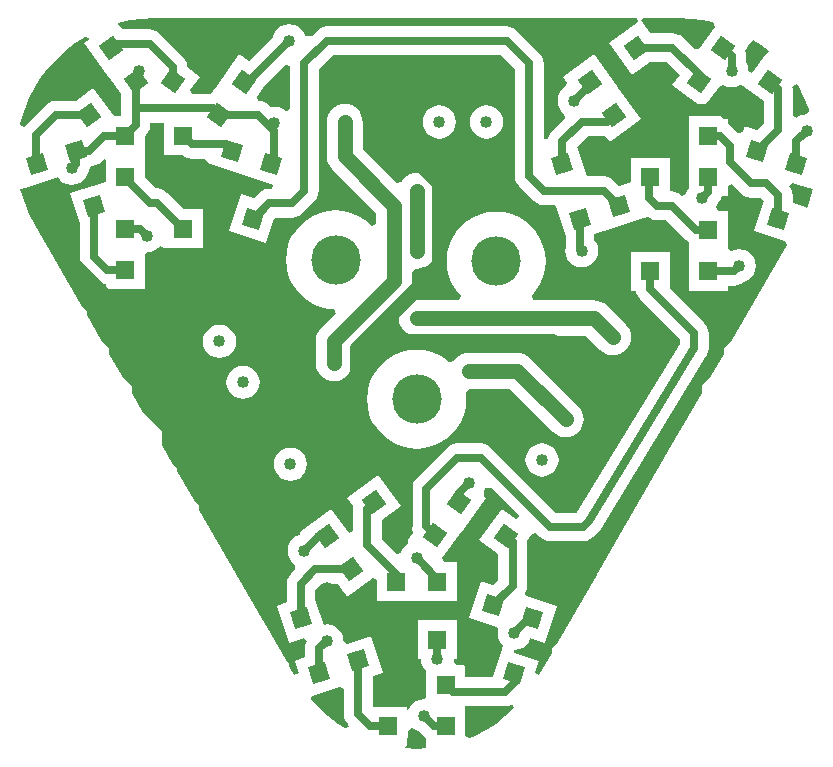
<source format=gtl>
%FSLAX25Y25*%
%MOIN*%
G70*
G01*
G75*
G04 Layer_Physical_Order=1*
G04 Layer_Color=255*
%ADD10P,0.08352X4X369.0*%
%ADD11P,0.08352X4X81.0*%
%ADD12P,0.08352X4X153.0*%
%ADD13R,0.05906X0.05906*%
%ADD14P,0.08352X4X117.0*%
%ADD15R,0.05906X0.05906*%
%ADD16C,0.02500*%
%ADD17C,0.05000*%
%ADD18C,0.16500*%
%ADD19C,0.04000*%
G36*
X1132709Y983016D02*
Y947500D01*
X1132709Y947500D01*
X1132709D01*
X1132872Y946260D01*
X1133211Y945443D01*
X1133351Y945105D01*
X1134112Y944112D01*
X1134112Y944112D01*
X1134112Y944112D01*
X1139112Y939112D01*
D01*
X1139112Y939112D01*
X1139112Y939112D01*
D01*
D01*
D01*
X1139112Y939112D01*
Y939112D01*
X1140104Y938351D01*
X1141260Y937872D01*
Y937872D01*
X1141260Y937872D01*
D01*
D01*
D01*
X1141260D01*
Y937872D01*
X1141260Y937872D01*
X1141260Y937872D01*
X1142500Y937709D01*
X1146239D01*
X1146297Y937340D01*
X1146297Y937340D01*
X1146297Y937340D01*
X1149637Y927061D01*
Y923902D01*
X1149452Y922500D01*
X1149642Y921064D01*
X1150196Y919726D01*
X1151077Y918577D01*
X1152226Y917696D01*
X1153564Y917142D01*
X1155000Y916953D01*
X1156436Y917142D01*
X1157774Y917696D01*
X1158923Y918577D01*
X1159804Y919726D01*
X1160358Y921064D01*
X1160548Y922500D01*
X1160358Y923936D01*
X1159804Y925274D01*
X1159219Y926036D01*
Y927969D01*
X1162559Y929054D01*
X1162559D01*
D01*
Y929054D01*
X1162559D01*
D01*
D01*
D01*
D01*
X1162559D01*
Y929054D01*
X1162559Y929054D01*
D01*
X1163390Y929325D01*
X1163568Y929382D01*
X1163568Y929382D01*
Y929382D01*
X1175664Y933313D01*
X1175664Y933313D01*
Y933313D01*
X1177062Y933767D01*
X1177604Y933351D01*
X1178760Y932872D01*
X1180000Y932709D01*
X1183016D01*
X1189723Y926002D01*
X1190693Y925257D01*
Y923124D01*
X1190693Y923124D01*
X1190693Y923124D01*
X1190693Y922937D01*
Y922063D01*
D01*
D01*
D01*
D01*
X1190693D01*
Y909157D01*
X1203598D01*
Y910819D01*
X1205610D01*
X1206850Y910983D01*
X1207667Y911321D01*
X1208006Y911461D01*
X1208883Y912135D01*
X1208936Y912142D01*
X1210274Y912696D01*
X1211423Y913577D01*
X1212304Y914726D01*
X1212858Y916064D01*
X1213048Y917500D01*
X1212858Y918936D01*
X1212304Y920274D01*
X1211423Y921423D01*
X1210274Y922304D01*
X1208936Y922858D01*
X1207500Y923048D01*
X1206064Y922858D01*
X1204846Y922354D01*
X1203598Y923187D01*
Y935843D01*
X1200438D01*
X1199775Y937188D01*
X1199804Y937226D01*
X1200358Y938564D01*
X1200361Y938586D01*
X1200533Y938758D01*
X1201295Y939750D01*
X1201671Y940658D01*
X1203598D01*
Y944166D01*
X1204984Y944740D01*
X1208112Y941612D01*
X1209105Y940851D01*
X1210260Y940372D01*
X1211500Y940209D01*
X1214515D01*
X1215685Y939039D01*
X1212441Y929054D01*
X1222845Y925674D01*
X1223382Y924274D01*
X1205090Y892590D01*
X1202500Y890000D01*
Y888104D01*
X1198260Y880760D01*
X1195000Y877500D01*
Y875114D01*
X1188014Y863014D01*
X1187500Y862500D01*
Y862123D01*
X1167524Y827524D01*
X1167500Y827500D01*
Y827483D01*
X1160694Y815694D01*
X1160000Y815000D01*
Y814492D01*
X1147034Y792034D01*
X1145000Y790000D01*
Y788511D01*
X1140744Y781140D01*
X1139374Y781750D01*
X1140703Y785840D01*
X1132380Y788544D01*
X1132500Y789453D01*
X1133936Y789642D01*
X1135274Y790196D01*
X1136423Y791077D01*
X1137304Y792226D01*
X1137827Y793489D01*
X1142676Y791914D01*
X1146664Y804187D01*
X1136451Y807506D01*
X1136149Y808479D01*
X1136628Y809634D01*
X1136791Y810874D01*
Y825258D01*
X1136711Y825865D01*
X1138409Y828202D01*
X1139904Y828320D01*
X1141207Y827018D01*
X1142199Y826256D01*
X1143354Y825778D01*
Y825778D01*
X1143354Y825778D01*
D01*
D01*
D01*
X1143354D01*
Y825778D01*
X1143355Y825778D01*
X1143355Y825778D01*
X1144594Y825615D01*
X1155402D01*
X1156642Y825778D01*
X1157797Y826256D01*
X1158790Y827018D01*
X1160675Y828903D01*
X1161021Y829354D01*
X1161377Y829795D01*
X1196590Y887504D01*
X1196614Y887558D01*
X1196649Y887605D01*
X1196866Y888129D01*
X1197096Y888648D01*
X1197105Y888706D01*
X1197128Y888760D01*
X1197202Y889323D01*
X1197290Y889884D01*
X1197283Y889942D01*
X1197291Y890000D01*
Y895000D01*
D01*
D01*
D01*
D01*
X1197291D01*
D01*
D01*
D01*
D01*
D01*
X1197291D01*
Y895000D01*
D01*
D01*
Y895000D01*
D01*
D01*
D01*
D01*
D01*
D01*
D01*
D01*
D01*
D01*
D01*
D01*
Y895000D01*
D01*
X1197291D01*
D01*
D01*
D01*
D01*
D01*
D01*
D01*
X1197291Y895000D01*
D01*
D01*
D01*
X1197128Y896240D01*
X1196847Y896917D01*
X1196649Y897396D01*
X1195888Y898388D01*
X1195888Y898388D01*
X1195888D01*
X1195888Y898388D01*
Y898388D01*
X1184307Y909968D01*
Y922063D01*
X1171402D01*
Y909157D01*
X1173128D01*
X1173227Y908406D01*
X1173705Y907250D01*
X1174467Y906258D01*
X1187709Y893015D01*
Y891346D01*
X1153495Y835275D01*
X1153417Y835196D01*
X1146579D01*
X1124888Y856888D01*
X1123895Y857649D01*
X1123557Y857789D01*
X1122740Y858128D01*
X1121500Y858291D01*
X1113500D01*
X1112260Y858128D01*
X1111104Y857649D01*
X1110112Y856888D01*
X1099612Y846388D01*
X1098851Y845395D01*
X1098711Y845057D01*
X1098372Y844240D01*
X1098209Y843000D01*
Y830742D01*
X1098372Y829502D01*
X1098711Y828685D01*
X1098802Y828465D01*
X1097134Y826168D01*
Y826168D01*
X1097226Y824804D01*
X1096077Y823923D01*
X1095196Y822774D01*
X1094777Y821762D01*
X1093306Y821470D01*
X1088291Y826484D01*
Y832611D01*
X1094767Y837316D01*
X1087181Y847757D01*
X1076741Y840171D01*
X1078817Y837313D01*
X1078709Y836490D01*
X1078709Y836490D01*
X1078709D01*
X1078709Y836490D01*
X1078709D01*
Y829025D01*
X1077282Y828561D01*
X1071574Y836418D01*
X1061134Y828832D01*
Y828832D01*
X1061064Y827858D01*
X1059726Y827304D01*
X1058577Y826423D01*
X1057696Y825274D01*
X1057142Y823936D01*
X1056952Y822500D01*
X1057142Y821064D01*
X1057696Y819726D01*
X1058577Y818577D01*
X1059499Y817870D01*
X1059597Y816373D01*
X1058079Y814855D01*
X1057318Y813862D01*
X1056839Y812707D01*
X1056676Y811467D01*
Y805273D01*
X1053336Y804187D01*
X1057324Y791914D01*
X1062432Y793573D01*
X1063298Y792348D01*
X1063279Y792324D01*
X1062800Y791168D01*
X1062637Y789928D01*
Y786926D01*
X1059297Y785840D01*
X1060626Y781750D01*
X1059256Y781140D01*
X1057500Y784181D01*
Y785000D01*
X1056382Y786119D01*
X1050000Y797172D01*
Y797500D01*
X1049551Y797949D01*
X1027500Y836143D01*
Y837500D01*
X1025646Y839354D01*
X1020000Y849133D01*
Y850000D01*
X1018816Y851184D01*
X1015000Y857793D01*
Y862500D01*
X1008571Y868929D01*
X1005000Y875114D01*
Y877500D01*
X1001740Y880760D01*
X997500Y888104D01*
Y890000D01*
X994910Y892590D01*
X990000Y901095D01*
Y902500D01*
X988080Y904420D01*
X972693Y931072D01*
X972598Y931195D01*
X970817Y934617D01*
X969281Y938324D01*
X968075Y942151D01*
X967897Y942950D01*
X969324Y943414D01*
D01*
X969324D01*
D01*
Y943414D01*
X969324D01*
D01*
Y943414D01*
X980368Y947002D01*
X981077Y946077D01*
X982226Y945196D01*
X983564Y944642D01*
X985000Y944452D01*
X986436Y944642D01*
X987774Y945196D01*
X988923Y946077D01*
X989804Y947226D01*
X990358Y948564D01*
X990381Y948733D01*
X990721Y949176D01*
X991200Y950332D01*
X991226Y950530D01*
X994703Y951660D01*
X994614Y951932D01*
X995716Y952950D01*
X996402Y952666D01*
Y945497D01*
X984402Y941598D01*
X987742Y931319D01*
Y920467D01*
X987742Y920467D01*
X987742D01*
X987906Y919227D01*
X988384Y918071D01*
X989145Y917079D01*
X993502Y912722D01*
X994494Y911961D01*
X995650Y911483D01*
X996402Y911384D01*
Y909657D01*
X1009307D01*
Y921345D01*
X1010000Y921953D01*
X1011436Y922142D01*
X1012774Y922696D01*
X1013923Y923577D01*
X1014272Y924033D01*
X1015693Y923551D01*
Y923437D01*
X1028598D01*
Y936343D01*
X1022468D01*
X1016923Y941888D01*
X1015931Y942649D01*
X1014775Y943128D01*
X1013535Y943291D01*
X1012984D01*
X1009307Y946968D01*
Y953376D01*
X1009307Y953376D01*
D01*
D01*
D01*
D01*
D01*
D01*
D01*
X1009307Y953563D01*
Y953743D01*
Y954000D01*
Y954128D01*
Y954437D01*
X1009307Y954572D01*
X1009307Y954624D01*
X1009307Y954624D01*
D01*
D01*
D01*
X1009307Y954624D01*
D01*
Y960567D01*
X1009741Y961001D01*
X1010502Y961993D01*
X1010981Y963149D01*
X1011144Y964389D01*
Y965209D01*
X1015693D01*
Y954437D01*
X1021876D01*
X1022451Y953996D01*
X1022640Y953851D01*
X1023795Y953372D01*
X1025035Y953209D01*
X1029525D01*
X1030406Y951995D01*
X1030297Y951660D01*
X1042571Y947672D01*
X1042571Y947672D01*
X1042571D01*
X1043402Y947402D01*
Y947402D01*
X1043402Y947402D01*
X1052137Y944563D01*
X1051902Y943082D01*
X1050777D01*
X1049537Y942919D01*
X1048381Y942440D01*
X1047389Y941679D01*
X1045663Y939953D01*
X1041429Y941328D01*
X1037441Y929054D01*
X1049715Y925066D01*
X1052308Y933046D01*
X1052761Y933500D01*
X1058291D01*
X1059531Y933663D01*
X1060686Y934142D01*
X1061679Y934903D01*
Y934903D01*
X1061679D01*
D01*
D01*
D01*
D01*
D01*
D01*
X1061679D01*
D01*
X1061679D01*
Y934903D01*
D01*
D01*
D01*
D01*
Y934903D01*
D01*
D01*
D01*
D01*
D01*
D01*
Y934903D01*
D01*
D01*
X1061679D01*
D01*
D01*
D01*
X1065888Y939112D01*
Y939112D01*
D01*
D01*
D01*
X1065888Y939112D01*
D01*
Y939112D01*
D01*
X1065888D01*
Y939112D01*
D01*
Y939112D01*
Y939112D01*
X1065888D01*
D01*
D01*
Y939112D01*
D01*
D01*
D01*
D01*
D01*
D01*
Y939112D01*
D01*
D01*
X1065888D01*
D01*
X1065888Y939112D01*
D01*
D01*
X1066649Y940104D01*
X1067128Y941260D01*
X1067291Y942500D01*
Y983016D01*
X1071984Y987709D01*
X1128016D01*
X1132709Y983016D01*
D02*
G37*
G36*
X1075709Y776327D02*
Y768000D01*
X1075709Y768000D01*
X1075709D01*
X1075872Y766760D01*
X1076211Y765943D01*
X1076351Y765604D01*
X1077112Y764612D01*
X1077112Y764612D01*
X1077112Y764612D01*
Y764612D01*
D01*
D01*
X1077410Y763625D01*
X1076067Y763266D01*
X1073620Y764825D01*
X1070436Y767268D01*
X1067478Y769978D01*
X1064768Y772936D01*
X1065152Y774173D01*
X1074496Y777209D01*
X1075709Y776327D01*
D02*
G37*
G36*
X1099726Y762696D02*
X1101064Y762142D01*
X1101086Y762139D01*
X1102502Y760722D01*
X1103193Y760192D01*
Y757657D01*
X1103193D01*
Y756647D01*
X1100000Y756507D01*
X1095992Y756682D01*
X1096807Y757657D01*
X1096807Y757657D01*
D01*
X1097147Y762480D01*
X1098577Y763577D01*
X1099726Y762696D01*
D02*
G37*
G36*
X1124934Y843291D02*
X1134031Y834193D01*
X1133057Y833053D01*
X1128426Y836418D01*
X1120840Y825977D01*
X1127209Y821349D01*
Y812859D01*
X1125435Y811085D01*
X1121285Y812434D01*
X1117297Y800160D01*
X1126857Y797054D01*
X1127142Y796436D01*
X1126952Y795000D01*
X1127142Y793564D01*
X1127696Y792226D01*
X1128577Y791077D01*
X1128783Y790919D01*
X1128429Y789828D01*
X1128429Y789828D01*
X1127683Y787533D01*
X1127683Y787533D01*
X1127683D01*
X1125330Y780291D01*
X1116098D01*
Y784342D01*
X1113304D01*
X1112315Y785470D01*
X1112437Y786402D01*
X1113342D01*
Y799307D01*
X1100437D01*
Y786402D01*
X1101342D01*
X1101531Y784966D01*
X1102086Y783628D01*
X1102967Y782479D01*
X1103193Y782306D01*
Y773655D01*
X1102500Y773047D01*
X1101064Y772858D01*
X1099726Y772304D01*
X1098577Y771423D01*
X1097696Y770274D01*
X1097696Y770274D01*
D01*
D01*
D01*
Y770274D01*
X1096807Y768980D01*
Y770563D01*
X1085291D01*
Y780717D01*
X1088664Y781813D01*
X1084676Y794086D01*
X1076694Y791493D01*
X1075541Y792452D01*
X1075548Y792500D01*
X1075358Y793936D01*
X1074804Y795274D01*
X1073923Y796423D01*
X1072774Y797304D01*
X1071436Y797858D01*
X1070000Y798047D01*
X1068946Y797909D01*
X1066258Y806181D01*
Y809482D01*
X1068241Y811465D01*
X1073751D01*
X1076819Y807243D01*
X1085321Y813421D01*
X1086658Y812740D01*
Y805693D01*
X1099563D01*
Y805693D01*
X1099563D01*
X1099563Y805693D01*
X1100437D01*
Y805693D01*
X1113342D01*
Y818598D01*
X1109238D01*
X1108557Y819935D01*
X1115160Y829023D01*
D01*
D01*
X1115160D01*
D01*
D01*
D01*
D01*
D01*
D01*
X1115160D01*
Y829023D01*
D01*
D01*
D01*
D01*
D01*
D01*
D01*
D01*
X1115160Y829023D01*
D01*
D01*
Y829023D01*
X1115160D01*
D01*
X1115674Y829730D01*
X1115784Y829881D01*
X1115784Y829881D01*
D01*
D01*
X1115784Y829881D01*
X1123259Y840171D01*
X1122503Y840720D01*
X1122288Y842205D01*
X1122304Y842226D01*
X1122858Y843564D01*
X1124934Y843291D01*
D02*
G37*
G36*
X1132591Y770054D02*
X1132522Y769978D01*
X1129564Y767268D01*
X1126380Y764825D01*
X1122996Y762669D01*
X1119437Y760817D01*
X1117346Y759950D01*
X1116098Y760783D01*
Y770563D01*
D01*
Y770563D01*
X1116245Y770709D01*
X1129500D01*
X1130740Y770872D01*
X1131557Y771211D01*
X1131730Y771282D01*
X1132591Y770054D01*
D02*
G37*
G36*
X1230676Y943414D02*
D01*
X1232103Y942950D01*
X1231925Y942151D01*
X1230719Y938324D01*
X1230121Y936880D01*
X1228703Y937340D01*
Y937340D01*
X1228703Y937340D01*
X1225363Y938426D01*
Y940928D01*
X1225200Y942168D01*
X1224721Y943324D01*
X1224191Y944014D01*
X1225057Y945240D01*
X1230676Y943414D01*
D02*
G37*
G36*
X1057709Y983974D02*
Y969910D01*
X1056694Y969131D01*
X1056364Y968968D01*
X1055274Y969804D01*
X1053936Y970358D01*
X1052500Y970547D01*
X1051376Y970399D01*
X1050631Y971144D01*
X1049639Y971906D01*
X1049301Y972046D01*
X1048483Y972384D01*
X1047243Y972548D01*
X1046612Y973787D01*
X1049398Y977622D01*
X1056323Y984548D01*
X1057709Y983974D01*
D02*
G37*
G36*
X1191508Y999872D02*
X1195487Y999348D01*
X1198801Y998613D01*
X1199332Y997211D01*
X1194007Y989882D01*
X1192512Y989764D01*
X1188644Y993631D01*
D01*
X1188644Y993631D01*
D01*
D01*
D01*
X1188644Y993631D01*
X1188644Y993631D01*
X1187652Y994393D01*
X1187313Y994533D01*
X1186497Y994871D01*
X1185256Y995035D01*
X1177749D01*
X1174681Y999257D01*
Y999257D01*
X1175445Y1000020D01*
X1187500D01*
X1187654Y1000040D01*
X1191508Y999872D01*
D02*
G37*
G36*
X1213880Y991729D02*
X1217064Y989287D01*
X1217278Y989090D01*
X1216426Y987918D01*
X1216426Y987918D01*
X1211909Y981700D01*
X1210515Y982256D01*
X1210548Y982500D01*
X1210358Y983936D01*
X1209804Y985274D01*
X1209791Y985291D01*
Y987490D01*
X1209628Y988730D01*
X1209444Y989173D01*
X1211259Y991671D01*
D01*
D01*
X1211259Y991671D01*
D01*
D01*
X1211259D01*
X1212118Y992852D01*
X1213880Y991729D01*
D02*
G37*
G36*
X1012500Y1000020D02*
X1173305D01*
X1173768Y998593D01*
X1164241Y991671D01*
X1171826Y981230D01*
X1177638Y985452D01*
X1183272D01*
X1187626Y981099D01*
X1185134Y977668D01*
X1195574Y970082D01*
X1200974Y977514D01*
X1202226Y977696D01*
X1203564Y977142D01*
X1205000Y976952D01*
X1206436Y977142D01*
X1207774Y977696D01*
X1208146Y977981D01*
X1208840Y977477D01*
X1208840Y977477D01*
X1208840Y977477D01*
X1215709Y972486D01*
Y964859D01*
X1213435Y962585D01*
X1209285Y963934D01*
X1208639Y961945D01*
X1207181Y961595D01*
X1204498Y964277D01*
X1203598Y964968D01*
Y967342D01*
X1190693D01*
Y954437D01*
X1190693Y954437D01*
X1190693Y953563D01*
X1190693D01*
Y943422D01*
X1190196Y942774D01*
X1189642Y941436D01*
X1188388Y940888D01*
X1188388D01*
Y940888D01*
D01*
X1188388D01*
D01*
Y940888D01*
X1187395Y941649D01*
X1187057Y941789D01*
X1186240Y942128D01*
X1185000Y942291D01*
X1184307D01*
Y953563D01*
X1171402D01*
Y945497D01*
X1167526Y944238D01*
X1165876Y945888D01*
X1164884Y946649D01*
X1163729Y947128D01*
X1162489Y947291D01*
X1156615D01*
X1156598Y947402D01*
X1156598Y947402D01*
X1156598Y947402D01*
X1153429Y957154D01*
X1156985Y960709D01*
X1162890D01*
X1164319Y958743D01*
X1174759Y966329D01*
X1167174Y976770D01*
X1167174Y976770D01*
X1166660Y977477D01*
X1166660D01*
D01*
D01*
X1166660Y977477D01*
D01*
D01*
X1166660D01*
X1159074Y987918D01*
X1148634Y980332D01*
X1150036Y978402D01*
X1149726Y977304D01*
X1148577Y976423D01*
X1147696Y975274D01*
X1147142Y973936D01*
X1146953Y972500D01*
X1147142Y971064D01*
X1147696Y969726D01*
X1148577Y968577D01*
X1149216Y968087D01*
X1149315Y966590D01*
X1145079Y962354D01*
X1144318Y961362D01*
X1143839Y960207D01*
X1143788Y959818D01*
X1142291Y959916D01*
Y985000D01*
X1142128Y986240D01*
X1141649Y987395D01*
X1140888Y988388D01*
X1140888Y988388D01*
X1140888D01*
X1140888Y988388D01*
Y988388D01*
X1133388Y995888D01*
D01*
X1133388Y995888D01*
D01*
D01*
D01*
X1133388Y995888D01*
X1133388Y995888D01*
X1132395Y996649D01*
X1132057Y996789D01*
X1131240Y997128D01*
X1130000Y997291D01*
X1070000D01*
X1068760Y997128D01*
X1067605Y996649D01*
X1066612Y995888D01*
X1064933Y994209D01*
X1062858Y993936D01*
X1062304Y995274D01*
X1061423Y996423D01*
X1060274Y997304D01*
X1058936Y997858D01*
X1057500Y998048D01*
X1056064Y997858D01*
X1054726Y997304D01*
X1053577Y996423D01*
X1052696Y995274D01*
X1052142Y993936D01*
X1052139Y993914D01*
X1043947Y985723D01*
X1040926Y987918D01*
X1033340Y977477D01*
X1033340Y977477D01*
X1033340D01*
X1032826Y976770D01*
X1032826Y976770D01*
X1032826Y976770D01*
X1031389Y974791D01*
X1025147D01*
X1024466Y976128D01*
X1027660Y980523D01*
X1023438Y983591D01*
Y983853D01*
X1023275Y985093D01*
X1022936Y985910D01*
X1022796Y986249D01*
X1022034Y987241D01*
X1014388Y994888D01*
X1013396Y995649D01*
X1013057Y995789D01*
X1012240Y996128D01*
X1011000Y996291D01*
X1001836D01*
X1000487Y998148D01*
X1000596Y998480D01*
X1004513Y999348D01*
X1008492Y999872D01*
X1012346Y1000040D01*
X1012500Y1000020D01*
D02*
G37*
G36*
X1226716Y978016D02*
X1227331Y977051D01*
X1229183Y973492D01*
X1230719Y969785D01*
X1230921Y969145D01*
X1230000Y968048D01*
X1228564Y967858D01*
X1227226Y967304D01*
X1226636Y966852D01*
X1225291Y967515D01*
Y976258D01*
X1225204Y976919D01*
X1226087Y977895D01*
X1226402Y978025D01*
X1226716Y978016D01*
D02*
G37*
G36*
X990866Y993487D02*
X991138Y993049D01*
X989241Y991671D01*
X996826Y981230D01*
X996826Y981230D01*
X996826Y981230D01*
X997340Y980523D01*
X997340D01*
X997340Y980523D01*
X1001562Y974712D01*
Y967342D01*
X999023D01*
X992174Y976770D01*
X986362Y972548D01*
X979757D01*
X978516Y972384D01*
X977361Y971906D01*
X976369Y971144D01*
X969612Y964388D01*
X969070Y963681D01*
X967710Y964314D01*
X968075Y965958D01*
X969281Y969785D01*
X970817Y973492D01*
X972669Y977051D01*
X974825Y980435D01*
X977268Y983618D01*
X979978Y986576D01*
X982936Y989287D01*
X986120Y991729D01*
X989404Y993822D01*
X990866Y993487D01*
D02*
G37*
%LPC*%
G36*
X1141752Y858271D02*
X1140316Y858082D01*
X1138978Y857528D01*
X1137829Y856646D01*
X1136948Y855497D01*
X1136394Y854159D01*
X1136205Y852724D01*
X1136394Y851288D01*
X1136948Y849950D01*
X1137829Y848801D01*
X1138978Y847919D01*
X1140316Y847365D01*
X1141752Y847176D01*
X1143188Y847365D01*
X1144526Y847919D01*
X1145675Y848801D01*
X1146556Y849950D01*
X1147110Y851288D01*
X1147299Y852724D01*
X1147110Y854159D01*
X1146556Y855497D01*
X1145675Y856646D01*
X1144526Y857528D01*
X1143188Y858082D01*
X1141752Y858271D01*
D02*
G37*
G36*
X1057874Y856909D02*
X1056438Y856720D01*
X1055100Y856166D01*
X1053951Y855285D01*
X1053070Y854136D01*
X1052516Y852798D01*
X1052326Y851362D01*
X1052516Y849926D01*
X1053070Y848588D01*
X1053951Y847439D01*
X1055100Y846558D01*
X1056438Y846003D01*
X1057874Y845814D01*
X1059310Y846003D01*
X1060648Y846558D01*
X1061797Y847439D01*
X1062678Y848588D01*
X1063232Y849926D01*
X1063422Y851362D01*
X1063232Y852798D01*
X1062678Y854136D01*
X1061797Y855285D01*
X1060648Y856166D01*
X1059310Y856720D01*
X1057874Y856909D01*
D02*
G37*
G36*
X1042126Y884186D02*
X1040690Y883997D01*
X1039352Y883442D01*
X1038203Y882561D01*
X1037322Y881412D01*
X1036767Y880074D01*
X1036578Y878638D01*
X1036767Y877202D01*
X1037322Y875865D01*
X1038203Y874716D01*
X1039352Y873834D01*
X1040690Y873280D01*
X1042126Y873091D01*
X1043562Y873280D01*
X1044900Y873834D01*
X1046049Y874716D01*
X1046930Y875865D01*
X1047484Y877202D01*
X1047673Y878638D01*
X1047484Y880074D01*
X1046930Y881412D01*
X1046049Y882561D01*
X1044900Y883442D01*
X1043562Y883997D01*
X1042126Y884186D01*
D02*
G37*
G36*
X1076004Y971423D02*
X1074828Y971307D01*
X1073697Y970964D01*
X1072654Y970407D01*
X1071741Y969657D01*
X1070991Y968743D01*
X1070434Y967701D01*
X1070091Y966570D01*
X1069975Y965394D01*
Y953996D01*
X1070091Y952820D01*
X1070434Y951689D01*
X1070991Y950646D01*
X1071741Y949733D01*
X1086471Y935003D01*
Y931301D01*
X1085064Y930781D01*
X1084703Y931203D01*
X1082728Y932890D01*
X1080514Y934247D01*
X1078115Y935241D01*
X1075589Y935847D01*
X1073000Y936051D01*
X1070411Y935847D01*
X1067885Y935241D01*
X1065486Y934247D01*
X1063272Y932890D01*
X1061297Y931203D01*
X1059610Y929228D01*
X1058253Y927014D01*
X1057259Y924615D01*
X1056653Y922089D01*
X1056449Y919500D01*
X1056653Y916911D01*
X1057259Y914385D01*
X1058253Y911986D01*
X1059610Y909772D01*
X1061297Y907797D01*
X1063272Y906110D01*
X1065486Y904753D01*
X1067885Y903759D01*
X1070411Y903153D01*
X1072533Y902986D01*
X1073052Y901578D01*
X1068237Y896763D01*
X1067487Y895850D01*
X1066930Y894807D01*
X1066587Y893676D01*
X1066471Y892500D01*
Y885000D01*
X1066587Y883824D01*
X1066930Y882693D01*
X1067487Y881650D01*
X1068237Y880737D01*
X1069150Y879987D01*
X1070193Y879430D01*
X1071324Y879087D01*
X1072500Y878971D01*
X1073676Y879087D01*
X1074807Y879430D01*
X1075850Y879987D01*
X1076763Y880737D01*
X1077513Y881650D01*
X1078070Y882693D01*
X1078413Y883824D01*
X1078529Y885000D01*
Y890003D01*
X1096763Y908237D01*
X1097513Y909150D01*
X1098070Y910193D01*
X1098413Y911324D01*
X1098529Y912500D01*
Y915499D01*
X1099640Y916506D01*
X1100000Y916471D01*
X1101176Y916587D01*
X1102307Y916930D01*
X1103350Y917487D01*
X1104263Y918237D01*
X1105013Y919150D01*
X1105570Y920193D01*
X1105913Y921324D01*
X1106029Y922500D01*
Y942500D01*
X1105913Y943676D01*
X1105570Y944807D01*
X1105013Y945850D01*
X1104263Y946763D01*
X1103350Y947513D01*
X1102307Y948070D01*
X1101176Y948413D01*
X1100000Y948529D01*
X1098824Y948413D01*
X1097693Y948070D01*
X1096650Y947513D01*
X1095737Y946763D01*
X1094987Y945850D01*
X1094776Y945454D01*
X1093292Y945234D01*
X1082033Y956493D01*
Y965394D01*
X1081917Y966570D01*
X1081574Y967701D01*
X1081017Y968743D01*
X1080267Y969657D01*
X1079354Y970407D01*
X1078311Y970964D01*
X1077180Y971307D01*
X1076004Y971423D01*
D02*
G37*
G36*
X1107500Y970941D02*
X1106064Y970752D01*
X1104726Y970198D01*
X1103577Y969316D01*
X1102696Y968167D01*
X1102142Y966829D01*
X1101952Y965394D01*
X1102142Y963958D01*
X1102696Y962620D01*
X1103577Y961471D01*
X1104726Y960590D01*
X1106064Y960035D01*
X1107500Y959846D01*
X1108936Y960035D01*
X1110274Y960590D01*
X1111423Y961471D01*
X1112304Y962620D01*
X1112858Y963958D01*
X1113048Y965394D01*
X1112858Y966829D01*
X1112304Y968167D01*
X1111423Y969316D01*
X1110274Y970198D01*
X1108936Y970752D01*
X1107500Y970941D01*
D02*
G37*
G36*
X1123248D02*
X1121812Y970752D01*
X1120474Y970198D01*
X1119325Y969316D01*
X1118444Y968167D01*
X1117890Y966829D01*
X1117701Y965394D01*
X1117890Y963958D01*
X1118444Y962620D01*
X1119325Y961471D01*
X1120474Y960590D01*
X1121812Y960035D01*
X1123248Y959846D01*
X1124684Y960035D01*
X1126022Y960590D01*
X1127171Y961471D01*
X1128052Y962620D01*
X1128607Y963958D01*
X1128796Y965394D01*
X1128607Y966829D01*
X1128052Y968167D01*
X1127171Y969316D01*
X1126022Y970198D01*
X1124684Y970752D01*
X1123248Y970941D01*
D02*
G37*
G36*
X1034252Y897824D02*
X1032816Y897635D01*
X1031478Y897081D01*
X1030329Y896199D01*
X1029448Y895050D01*
X1028893Y893712D01*
X1028704Y892276D01*
X1028893Y890841D01*
X1029448Y889503D01*
X1030329Y888354D01*
X1031478Y887472D01*
X1032816Y886918D01*
X1034252Y886729D01*
X1035688Y886918D01*
X1037026Y887472D01*
X1038175Y888354D01*
X1039056Y889503D01*
X1039610Y890841D01*
X1039799Y892276D01*
X1039610Y893712D01*
X1039056Y895050D01*
X1038175Y896199D01*
X1037026Y897081D01*
X1035688Y897635D01*
X1034252Y897824D01*
D02*
G37*
G36*
X1100000Y889551D02*
X1097411Y889347D01*
X1094885Y888741D01*
X1092486Y887747D01*
X1090272Y886390D01*
X1088297Y884703D01*
X1086610Y882728D01*
X1085253Y880514D01*
X1084259Y878115D01*
X1083653Y875589D01*
X1083449Y873000D01*
X1083653Y870411D01*
X1084259Y867885D01*
X1085253Y865486D01*
X1086610Y863272D01*
X1088297Y861297D01*
X1090272Y859610D01*
X1092486Y858253D01*
X1094885Y857259D01*
X1097411Y856653D01*
X1100000Y856449D01*
X1102589Y856653D01*
X1105115Y857259D01*
X1107514Y858253D01*
X1109728Y859610D01*
X1111703Y861297D01*
X1113390Y863272D01*
X1114747Y865486D01*
X1115741Y867885D01*
X1116347Y870411D01*
X1116551Y873000D01*
X1116360Y875428D01*
X1117431Y876478D01*
X1117500Y876471D01*
X1130991D01*
X1145363Y862099D01*
X1146276Y861349D01*
X1147319Y860792D01*
X1148450Y860449D01*
X1149626Y860333D01*
X1150802Y860449D01*
X1151933Y860792D01*
X1152975Y861349D01*
X1153889Y862099D01*
X1154639Y863012D01*
X1155196Y864055D01*
X1155539Y865186D01*
X1155655Y866362D01*
X1155539Y867538D01*
X1155196Y868669D01*
X1154639Y869711D01*
X1153889Y870625D01*
X1137751Y886763D01*
D01*
X1137751Y886763D01*
D01*
D01*
D01*
X1137751Y886763D01*
X1137751Y886763D01*
X1136837Y887513D01*
X1135795Y888070D01*
D01*
X1135795Y888070D01*
D01*
D01*
D01*
D01*
X1135795D01*
Y888070D01*
D01*
D01*
X1135795Y888070D01*
X1135795Y888070D01*
X1135795Y888070D01*
D01*
X1134664Y888413D01*
X1133488Y888529D01*
X1117500D01*
X1116324Y888413D01*
X1115193Y888070D01*
X1114150Y887513D01*
X1113237Y886763D01*
X1112487Y885850D01*
X1112385Y885658D01*
X1110911Y885380D01*
X1109728Y886390D01*
X1107514Y887747D01*
X1105115Y888741D01*
X1102589Y889347D01*
X1100000Y889551D01*
D02*
G37*
G36*
X1126500Y935551D02*
X1123911Y935347D01*
X1121385Y934741D01*
X1118986Y933747D01*
X1116772Y932390D01*
X1114797Y930703D01*
X1113110Y928728D01*
X1111753Y926514D01*
X1110759Y924115D01*
X1110153Y921589D01*
X1109949Y919000D01*
X1110153Y916411D01*
X1110759Y913885D01*
X1111753Y911486D01*
X1113110Y909272D01*
X1114716Y907391D01*
X1114088Y906029D01*
X1100000D01*
X1098824Y905913D01*
X1097693Y905570D01*
X1096650Y905013D01*
X1095737Y904263D01*
X1094987Y903350D01*
X1094430Y902307D01*
X1094087Y901176D01*
X1093971Y900000D01*
X1094087Y898824D01*
X1094430Y897693D01*
X1094987Y896650D01*
X1095737Y895737D01*
X1096650Y894987D01*
X1097693Y894430D01*
X1098824Y894087D01*
X1100000Y893971D01*
X1156515D01*
X1161111Y889375D01*
X1162024Y888625D01*
X1163067Y888068D01*
X1164198Y887725D01*
X1165374Y887609D01*
X1166550Y887725D01*
X1167681Y888068D01*
X1168724Y888625D01*
X1169637Y889375D01*
X1170387Y890289D01*
X1170944Y891331D01*
X1171287Y892462D01*
X1171403Y893638D01*
X1171287Y894814D01*
X1170944Y895945D01*
X1170387Y896988D01*
X1169637Y897901D01*
X1163275Y904263D01*
D01*
X1163275Y904263D01*
D01*
D01*
D01*
X1163275Y904263D01*
X1163275Y904263D01*
X1162362Y905013D01*
X1161319Y905570D01*
D01*
X1161319Y905570D01*
D01*
D01*
D01*
D01*
X1161319D01*
Y905570D01*
D01*
D01*
X1161319Y905570D01*
X1161319Y905570D01*
X1161319Y905570D01*
D01*
X1160188Y905913D01*
X1159012Y906029D01*
X1138912D01*
X1138284Y907391D01*
X1139890Y909272D01*
X1141247Y911486D01*
X1142241Y913885D01*
X1142847Y916411D01*
X1143051Y919000D01*
X1142847Y921589D01*
X1142241Y924115D01*
X1141247Y926514D01*
X1139890Y928728D01*
X1138203Y930703D01*
X1136228Y932390D01*
X1134014Y933747D01*
X1131615Y934741D01*
X1129089Y935347D01*
X1126500Y935551D01*
D02*
G37*
%LPD*%
D10*
X1018647Y979096D02*
D03*
X1026746Y990244D02*
D03*
X1034254Y967756D02*
D03*
X1042353Y978904D02*
D03*
X1217853Y978904D02*
D03*
X1209754Y967756D02*
D03*
X1202246Y990244D02*
D03*
X1194147Y979096D02*
D03*
X1129853Y827404D02*
D03*
X1121754Y816257D02*
D03*
X1114246Y838743D02*
D03*
X1106147Y827596D02*
D03*
D11*
X990746Y967756D02*
D03*
X982647Y978904D02*
D03*
X1006353Y979096D02*
D03*
X998254Y990244D02*
D03*
X1173254D02*
D03*
X1181353Y979096D02*
D03*
X1157647Y978904D02*
D03*
X1165746Y967756D02*
D03*
X1085754Y838743D02*
D03*
X1093853Y827596D02*
D03*
X1070147Y827404D02*
D03*
X1078246Y816257D02*
D03*
D12*
X992533Y937455D02*
D03*
X979428Y933197D02*
D03*
X986572Y955803D02*
D03*
X973467Y951544D02*
D03*
X1148467D02*
D03*
X1161572Y955803D02*
D03*
X1154428Y933197D02*
D03*
X1167533Y937455D02*
D03*
X1061467Y800045D02*
D03*
X1074572Y804303D02*
D03*
X1067428Y781697D02*
D03*
X1080533Y785955D02*
D03*
D13*
X1022146Y929890D02*
D03*
Y916110D02*
D03*
X1002854Y929890D02*
D03*
Y916110D02*
D03*
X1022146Y960890D02*
D03*
Y947110D02*
D03*
X1002854Y960890D02*
D03*
Y947110D02*
D03*
X1177854D02*
D03*
Y960890D02*
D03*
X1197146Y947110D02*
D03*
Y960890D02*
D03*
X1177854Y915610D02*
D03*
Y929390D02*
D03*
X1197146Y915610D02*
D03*
Y929390D02*
D03*
X1090354Y764110D02*
D03*
Y777890D02*
D03*
X1109646Y764110D02*
D03*
Y777890D02*
D03*
D14*
X1045572Y933197D02*
D03*
X1032467Y937455D02*
D03*
X1051533Y951544D02*
D03*
X1038428Y955803D02*
D03*
X1220572Y933197D02*
D03*
X1207467Y937455D02*
D03*
X1226533Y951544D02*
D03*
X1213428Y955803D02*
D03*
X1132572Y781697D02*
D03*
X1119467Y785955D02*
D03*
X1138533Y800045D02*
D03*
X1125428Y804303D02*
D03*
D15*
X1093110Y792854D02*
D03*
X1106890Y812146D02*
D03*
X1093110D02*
D03*
X1106890Y792854D02*
D03*
D16*
X985000Y920000D02*
X1005000Y900000D01*
X985000Y920000D02*
Y927500D01*
X979428Y933072D02*
X985000Y927500D01*
X979428Y933072D02*
Y933197D01*
X1022146Y905354D02*
Y916110D01*
Y905354D02*
X1022500Y905000D01*
X1020390Y947110D02*
X1022812D01*
X1017500Y950000D02*
X1020390Y947110D01*
X975000Y937500D02*
X979303Y933197D01*
X979428D01*
X975000Y972500D02*
X981404Y978904D01*
X982647D01*
X1006353Y964389D02*
Y979096D01*
Y970000D02*
X1032010D01*
X1034254Y967756D01*
X1002854Y960890D02*
X1006353Y964389D01*
X985000Y950000D02*
X986572Y951572D01*
Y955803D01*
X1007610Y929890D02*
X1010000Y927500D01*
X1002854Y929890D02*
X1007610D01*
X990803Y955803D02*
X995890Y960890D01*
X1002854D01*
X986572Y955803D02*
X990803D01*
X1043904Y978904D02*
X1057500Y992500D01*
X1042353Y978904D02*
X1043904D01*
X1051533Y951544D02*
X1052500Y952511D01*
Y962500D01*
X1047243Y967756D02*
X1052500Y962500D01*
X1034254Y967756D02*
X1047243D01*
X1154428Y923072D02*
X1155000Y922500D01*
X1154428Y923072D02*
Y933197D01*
X1152500Y907500D02*
X1162500D01*
X1167500Y925000D02*
X1171890Y929390D01*
X1167500Y912500D02*
Y925000D01*
X1145000Y915000D02*
Y927500D01*
X1162500Y907500D02*
X1167500Y912500D01*
X1145000Y915000D02*
X1152500Y907500D01*
X1135000Y937500D02*
X1145000Y927500D01*
X1195000Y940000D02*
X1197146Y942146D01*
Y947110D01*
X1185000Y937500D02*
X1193110Y929390D01*
X1180000Y937500D02*
X1185000D01*
X1177500Y946756D02*
X1177854Y947110D01*
X1177500Y940000D02*
Y946756D01*
Y940000D02*
X1180000Y937500D01*
X1193110Y929390D02*
X1197146D01*
X1196535Y930000D02*
X1197146Y929390D01*
X1171890D02*
X1177854D01*
X1152500Y972500D02*
X1157647Y977647D01*
Y978904D01*
X1202246Y990244D02*
X1205000Y987490D01*
Y982500D02*
Y987490D01*
X1226533Y959033D02*
X1230000Y962500D01*
X1226533Y951544D02*
Y959033D01*
X1207467Y937455D02*
X1207500Y937422D01*
Y932500D02*
Y937422D01*
X1205610Y915610D02*
X1207500Y917500D01*
X1197146Y915610D02*
X1205610D01*
X1067428Y789928D02*
X1070000Y792500D01*
X1067428Y781697D02*
Y789928D01*
X1100000Y820000D02*
X1106890Y813110D01*
Y812146D02*
Y813110D01*
X1097500Y831242D02*
Y850000D01*
X1093853Y827596D02*
X1097500Y831242D01*
X1115000Y790422D02*
Y809503D01*
X1081662Y804303D02*
X1093110Y792854D01*
X1093176Y802500D02*
X1115000D01*
X1088320Y797645D02*
X1093176Y802500D01*
X1132500Y795000D02*
X1137545Y800045D01*
X1138533D01*
X1102500Y767500D02*
X1105890Y764110D01*
X1109646D01*
X1062500Y822500D02*
X1067404Y827404D01*
X1070147D01*
X1066257Y816257D02*
X1078246D01*
X1061467Y811467D02*
X1066257Y816257D01*
X1061467Y800045D02*
Y811467D01*
X1070000Y810000D02*
X1074572Y805428D01*
Y804303D02*
Y805428D01*
X1114246Y841746D02*
X1117500Y845000D01*
X1114246Y838743D02*
Y841746D01*
X1113500Y853500D02*
X1121500D01*
X1137500Y947500D02*
X1142500Y942500D01*
X1162489D01*
X1137500Y947500D02*
Y985000D01*
X1130000Y992500D02*
X1137500Y985000D01*
X1070000Y992500D02*
X1130000D01*
X1062500Y985000D02*
X1070000Y992500D01*
X1029110Y916110D02*
X1032467Y919467D01*
X1022146Y916110D02*
X1029110D01*
X1032467Y919467D02*
Y937455D01*
X1022812Y947110D02*
X1032467Y937455D01*
X1181353Y964609D02*
Y979096D01*
Y970000D02*
X1200500D01*
X1177744Y961000D02*
X1181353Y964609D01*
X1200500Y970000D02*
X1202744Y967756D01*
X1209754D01*
X1177744Y961000D02*
X1177854Y960890D01*
X1172000Y961000D02*
X1177744D01*
X1166803Y955803D02*
X1172000Y961000D01*
X1161572Y955803D02*
X1166803D01*
X1115000Y790422D02*
X1119467Y785955D01*
X1115000Y809503D02*
X1121754Y816257D01*
X1090354Y777890D02*
X1093110Y780646D01*
X1074572Y804303D02*
X1081662D01*
X1083500Y824500D02*
X1093110Y814890D01*
X1083500Y824500D02*
Y836490D01*
X1093110Y812146D02*
Y814890D01*
X1083500Y836490D02*
X1085754Y838743D01*
X1080500Y785922D02*
X1080533Y785955D01*
X1080500Y768000D02*
Y785922D01*
Y768000D02*
X1084390Y764110D01*
X1090354D01*
X1109646Y777890D02*
X1112035Y775500D01*
X1129500D01*
X1132572Y778572D01*
Y781697D01*
X1132000Y810874D02*
Y825258D01*
X1125428Y804303D02*
X1132000Y810874D01*
X1129853Y827404D02*
X1132000Y825258D01*
X1103000Y830742D02*
X1106147Y827596D01*
X1103000Y830742D02*
Y843000D01*
X1113500Y853500D01*
X1204500Y952000D02*
X1211500Y945000D01*
X1197146Y960890D02*
X1201110D01*
X1204500Y957500D01*
Y952000D02*
Y957500D01*
X1211500Y945000D02*
X1216500D01*
X1220572Y940928D01*
Y933197D02*
Y940928D01*
X1220500Y962875D02*
Y976258D01*
X1213428Y955803D02*
X1220500Y962875D01*
X1217853Y978904D02*
X1220500Y976258D01*
X1185256Y990244D02*
X1194147Y981353D01*
Y979096D02*
Y981353D01*
X1173254Y990244D02*
X1185256D01*
X1163490Y965500D02*
X1165746Y967756D01*
X1155000Y965500D02*
X1163490D01*
X1148467Y958967D02*
X1155000Y965500D01*
X1148467Y951544D02*
Y958967D01*
X1162489Y942500D02*
X1167533Y937455D01*
X1036231Y958000D02*
X1038428Y955803D01*
X1031500Y958000D02*
X1036231D01*
X1025035D02*
X1031500D01*
X1022146Y960890D02*
X1025035Y958000D01*
X1013535Y938500D02*
X1022146Y929890D01*
X1011000Y938500D02*
X1013535D01*
X1002854Y946646D02*
X1011000Y938500D01*
X1002854Y946646D02*
Y947110D01*
X1022146Y929890D02*
Y930354D01*
X992533Y920467D02*
X996890Y916110D01*
X1002854D01*
X992533Y920467D02*
Y937455D01*
X973000Y952011D02*
X973467Y951544D01*
X973000Y952011D02*
Y961000D01*
X979757Y967756D01*
X990746D01*
X998254Y990244D02*
X999510Y991500D01*
X1011000D01*
X1018647Y983853D01*
Y979096D02*
Y983853D01*
X1177854Y909646D02*
X1192500Y895000D01*
X1177854Y909646D02*
Y915610D01*
X1155402Y830406D02*
X1157287Y832291D01*
X1192500Y890000D02*
Y895000D01*
X1121500Y853500D02*
X1144594Y830406D01*
X1155402D01*
X1157287Y832291D02*
X1192500Y890000D01*
X1045572Y933197D02*
X1045683D01*
X1050777Y938291D02*
X1058291D01*
X1062500Y942500D01*
X1045683Y933197D02*
X1050777Y938291D01*
X1062500Y942500D02*
Y985000D01*
X1106890Y786402D02*
Y792854D01*
X1090000Y785000D02*
X1093110D01*
X1005000Y900000D02*
X1022500D01*
X1107500Y937500D02*
X1135000D01*
X1072500Y875000D02*
X1097500Y850000D01*
X1093110Y780646D02*
Y792854D01*
D17*
X1022500Y875000D02*
X1032500Y865000D01*
X1133488Y882500D02*
X1149626Y866362D01*
X1117500Y882500D02*
X1133488D01*
X1087786Y897786D02*
X1107500Y917500D01*
X1080000Y890000D02*
X1087786Y897786D01*
Y897214D02*
Y897786D01*
Y897214D02*
X1092500Y892500D01*
X1145000D01*
X1157500Y880000D01*
X1159012Y900000D02*
X1165374Y893638D01*
X1100000Y900000D02*
X1159012D01*
X1080000Y880000D02*
Y890000D01*
X1091752Y960748D02*
X1107500Y945000D01*
X1091752Y960748D02*
Y965394D01*
X1092500Y912500D02*
Y937500D01*
X1072500Y892500D02*
X1092500Y912500D01*
X1072500Y885000D02*
Y892500D01*
X1100000Y922500D02*
Y942500D01*
X1076004Y953996D02*
X1092500Y937500D01*
X1076004Y953996D02*
Y965394D01*
X1032500Y865000D02*
X1065000D01*
X1022500Y875000D02*
Y905000D01*
X1065000Y865000D02*
X1080000Y880000D01*
X1107500Y917500D02*
Y945000D01*
D18*
X1100000Y873000D02*
D03*
X1126500Y919000D02*
D03*
X1073000Y919500D02*
D03*
D19*
X1052500Y965000D02*
D03*
X1017500Y950000D02*
D03*
X975000Y937500D02*
D03*
Y972500D02*
D03*
X985000Y950000D02*
D03*
X1010000Y927500D02*
D03*
X1007500Y982500D02*
D03*
X1022500Y990000D02*
D03*
X1057500Y992500D02*
D03*
X1155000Y922500D02*
D03*
X1195000Y940000D02*
D03*
X1207500Y917500D02*
D03*
X1167500Y925000D02*
D03*
X1152500Y972500D02*
D03*
X1170000Y957500D02*
D03*
X1205000Y982500D02*
D03*
X1230000Y962500D02*
D03*
X1207500Y932500D02*
D03*
X1070000Y792500D02*
D03*
X1100000Y820000D02*
D03*
X1090000Y785000D02*
D03*
X1117500Y845000D02*
D03*
X1090000Y857500D02*
D03*
X1132500Y795000D02*
D03*
X1102500Y767500D02*
D03*
X1062500Y822500D02*
D03*
X1070000Y810000D02*
D03*
X1117500Y882500D02*
D03*
X1100000Y900000D02*
D03*
X1057874Y851362D02*
D03*
X1072500Y885000D02*
D03*
X1100000Y942500D02*
D03*
Y922500D02*
D03*
X1165374Y893638D02*
D03*
X1157500Y880000D02*
D03*
X1149626Y866362D02*
D03*
X1141752Y852724D02*
D03*
X1050000Y865000D02*
D03*
X1034252Y892276D02*
D03*
X1042126Y878638D02*
D03*
X1123248Y965394D02*
D03*
X1107500D02*
D03*
X1091752D02*
D03*
X1076004D02*
D03*
X1106890Y786402D02*
D03*
M02*

</source>
